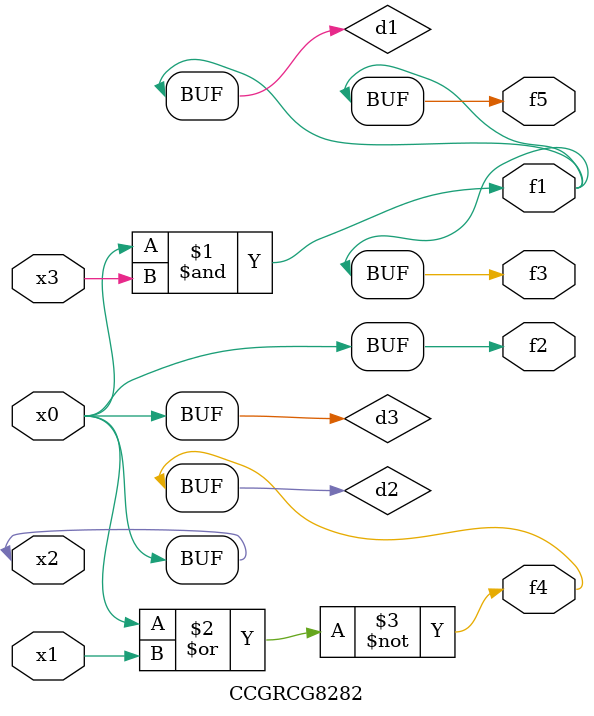
<source format=v>
module CCGRCG8282(
	input x0, x1, x2, x3,
	output f1, f2, f3, f4, f5
);

	wire d1, d2, d3;

	and (d1, x2, x3);
	nor (d2, x0, x1);
	buf (d3, x0, x2);
	assign f1 = d1;
	assign f2 = d3;
	assign f3 = d1;
	assign f4 = d2;
	assign f5 = d1;
endmodule

</source>
